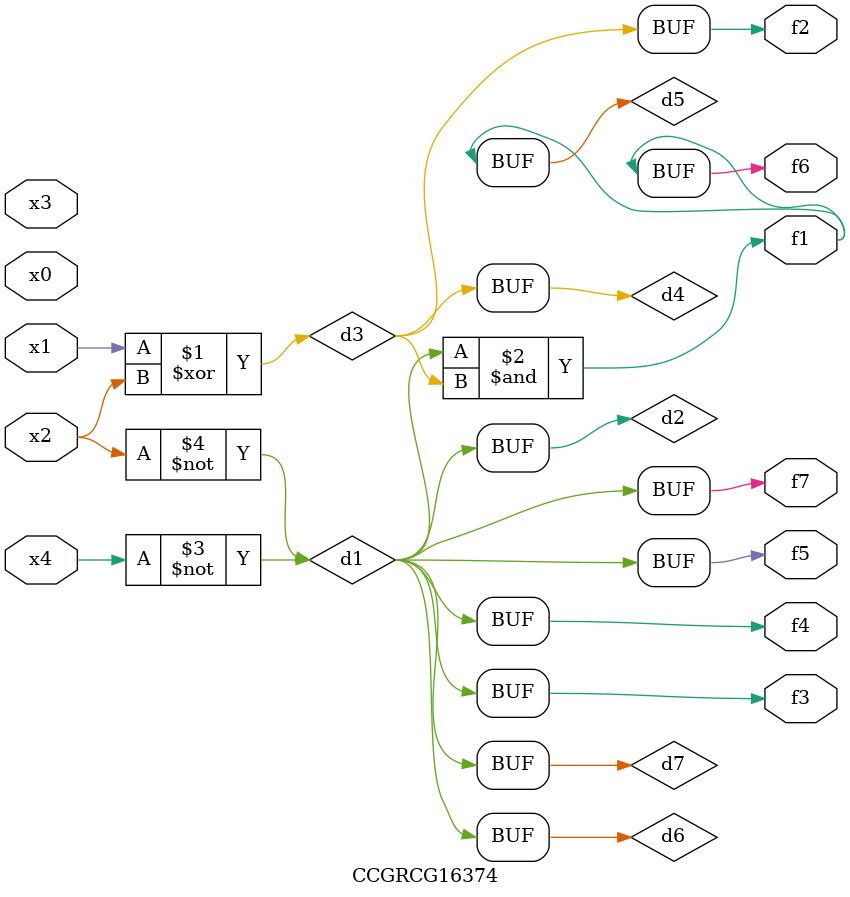
<source format=v>
module CCGRCG16374(
	input x0, x1, x2, x3, x4,
	output f1, f2, f3, f4, f5, f6, f7
);

	wire d1, d2, d3, d4, d5, d6, d7;

	not (d1, x4);
	not (d2, x2);
	xor (d3, x1, x2);
	buf (d4, d3);
	and (d5, d1, d3);
	buf (d6, d1, d2);
	buf (d7, d2);
	assign f1 = d5;
	assign f2 = d4;
	assign f3 = d7;
	assign f4 = d7;
	assign f5 = d7;
	assign f6 = d5;
	assign f7 = d7;
endmodule

</source>
